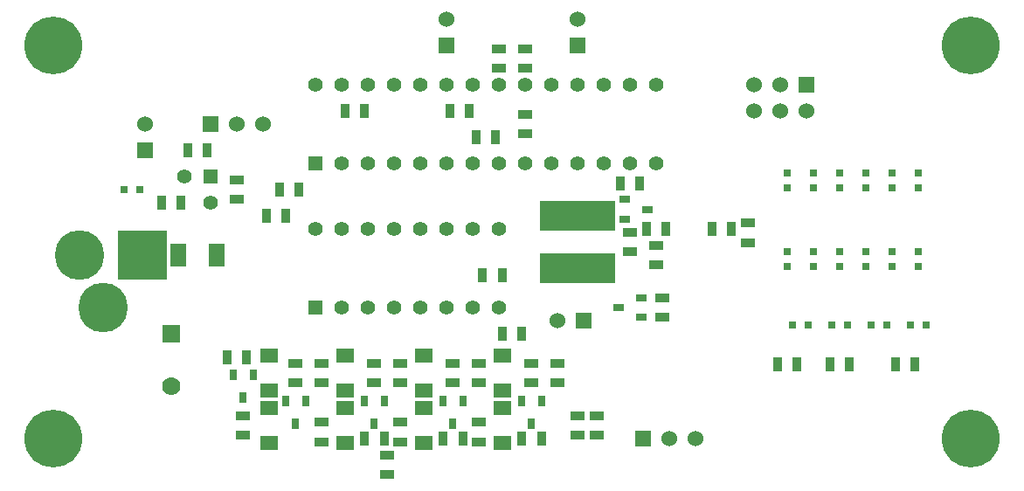
<source format=gts>
G04 (created by PCBNEW (2013-07-07 BZR 4022)-stable) date 17.09.2014 22:00:27*
%MOIN*%
G04 Gerber Fmt 3.4, Leading zero omitted, Abs format*
%FSLAX34Y34*%
G01*
G70*
G90*
G04 APERTURE LIST*
%ADD10C,0.00590551*%
%ADD11R,0.055X0.055*%
%ADD12C,0.055*%
%ADD13R,0.0394X0.0315*%
%ADD14R,0.0315X0.0394*%
%ADD15R,0.2854X0.1181*%
%ADD16R,0.055X0.035*%
%ADD17R,0.035X0.055*%
%ADD18R,0.06X0.06*%
%ADD19C,0.06*%
%ADD20R,0.0708X0.0551*%
%ADD21R,0.0314X0.0314*%
%ADD22C,0.189*%
%ADD23R,0.189X0.189*%
%ADD24R,0.063X0.0866*%
%ADD25R,0.07X0.07*%
%ADD26C,0.07*%
%ADD27C,0.2205*%
G04 APERTURE END LIST*
G54D10*
G54D11*
X30000Y-31500D03*
G54D12*
X31000Y-31500D03*
X32000Y-31500D03*
X33000Y-31500D03*
X34000Y-31500D03*
X35000Y-31500D03*
X36000Y-31500D03*
X37000Y-31500D03*
X37000Y-28500D03*
X36000Y-28500D03*
X35000Y-28500D03*
X34000Y-28500D03*
X33000Y-28500D03*
X32000Y-28500D03*
X31000Y-28500D03*
X30000Y-28500D03*
G54D13*
X42683Y-27750D03*
X41817Y-28125D03*
X41817Y-27375D03*
X41567Y-31500D03*
X42433Y-31125D03*
X42433Y-31875D03*
G54D14*
X27250Y-34933D03*
X26875Y-34067D03*
X27625Y-34067D03*
X29250Y-35933D03*
X28875Y-35067D03*
X29625Y-35067D03*
X32250Y-35933D03*
X31875Y-35067D03*
X32625Y-35067D03*
X35250Y-35933D03*
X34875Y-35067D03*
X35625Y-35067D03*
X38250Y-35933D03*
X37875Y-35067D03*
X38625Y-35067D03*
G54D15*
X40000Y-28000D03*
X40000Y-30000D03*
G54D16*
X29250Y-34375D03*
X29250Y-33625D03*
G54D17*
X41625Y-26750D03*
X42375Y-26750D03*
X31125Y-24000D03*
X31875Y-24000D03*
X28875Y-28000D03*
X28125Y-28000D03*
G54D16*
X27000Y-26625D03*
X27000Y-27375D03*
G54D17*
X25875Y-25500D03*
X25125Y-25500D03*
X35875Y-24000D03*
X35125Y-24000D03*
X36375Y-30250D03*
X37125Y-30250D03*
X42625Y-28500D03*
X43375Y-28500D03*
G54D16*
X32750Y-37875D03*
X32750Y-37125D03*
G54D17*
X32625Y-36500D03*
X31875Y-36500D03*
G54D16*
X40750Y-35625D03*
X40750Y-36375D03*
X32250Y-34375D03*
X32250Y-33625D03*
X35250Y-34375D03*
X35250Y-33625D03*
X38250Y-34375D03*
X38250Y-33625D03*
G54D17*
X24875Y-27500D03*
X24125Y-27500D03*
X26625Y-33400D03*
X27375Y-33400D03*
G54D16*
X46500Y-28275D03*
X46500Y-29025D03*
X38000Y-21625D03*
X38000Y-22375D03*
X38000Y-24875D03*
X38000Y-24125D03*
X37000Y-21625D03*
X37000Y-22375D03*
G54D17*
X45125Y-28500D03*
X45875Y-28500D03*
X52875Y-33650D03*
X52125Y-33650D03*
X50375Y-33650D03*
X49625Y-33650D03*
X48375Y-33650D03*
X47625Y-33650D03*
G54D16*
X43250Y-31125D03*
X43250Y-31875D03*
X39250Y-34375D03*
X39250Y-33625D03*
X36250Y-34375D03*
X36250Y-33625D03*
X33250Y-34375D03*
X33250Y-33625D03*
X36250Y-35875D03*
X36250Y-36625D03*
X33250Y-35875D03*
X33250Y-36625D03*
X30250Y-35875D03*
X30250Y-36625D03*
G54D17*
X37125Y-32500D03*
X37875Y-32500D03*
G54D16*
X30250Y-34375D03*
X30250Y-33625D03*
X42000Y-28625D03*
X42000Y-29375D03*
X43000Y-29125D03*
X43000Y-29875D03*
X27250Y-36375D03*
X27250Y-35625D03*
G54D17*
X35625Y-36500D03*
X34875Y-36500D03*
X38625Y-36500D03*
X37875Y-36500D03*
G54D16*
X40000Y-35625D03*
X40000Y-36375D03*
G54D18*
X48750Y-23000D03*
G54D19*
X48750Y-24000D03*
X47750Y-23000D03*
X47750Y-24000D03*
X46750Y-23000D03*
X46750Y-24000D03*
G54D18*
X42500Y-36500D03*
G54D19*
X43500Y-36500D03*
X44500Y-36500D03*
G54D20*
X31150Y-35331D03*
X31150Y-36669D03*
X31150Y-33331D03*
X31150Y-34669D03*
X34150Y-35331D03*
X34150Y-36669D03*
X34150Y-33331D03*
X34150Y-34669D03*
X37150Y-35331D03*
X37150Y-36669D03*
X37150Y-33331D03*
X37150Y-34669D03*
X28250Y-35331D03*
X28250Y-36669D03*
X28250Y-33331D03*
X28250Y-34669D03*
G54D12*
X26000Y-27500D03*
G54D11*
X26000Y-26500D03*
G54D12*
X25000Y-26500D03*
G54D21*
X22705Y-27000D03*
X23295Y-27000D03*
X49705Y-32150D03*
X50295Y-32150D03*
X51795Y-32150D03*
X51205Y-32150D03*
X52705Y-32150D03*
X53295Y-32150D03*
X53000Y-26945D03*
X53000Y-26355D03*
X52000Y-26945D03*
X52000Y-26355D03*
X51000Y-26945D03*
X51000Y-26355D03*
X50000Y-26945D03*
X50000Y-26355D03*
X49000Y-26945D03*
X49000Y-26355D03*
X48000Y-26945D03*
X48000Y-26355D03*
X51000Y-29355D03*
X51000Y-29945D03*
X52000Y-29355D03*
X52000Y-29945D03*
X53000Y-29355D03*
X53000Y-29945D03*
X50000Y-29355D03*
X50000Y-29945D03*
X49000Y-29355D03*
X49000Y-29945D03*
X48000Y-29355D03*
X48000Y-29945D03*
X48205Y-32150D03*
X48795Y-32150D03*
G54D22*
X21000Y-29500D03*
G54D23*
X23400Y-29500D03*
G54D22*
X21900Y-31500D03*
G54D24*
X24752Y-29500D03*
X26248Y-29500D03*
G54D25*
X24500Y-32500D03*
G54D26*
X24500Y-34500D03*
G54D18*
X40250Y-32000D03*
G54D19*
X39250Y-32000D03*
G54D18*
X23500Y-25500D03*
G54D19*
X23500Y-24500D03*
G54D18*
X40000Y-21500D03*
G54D19*
X40000Y-20500D03*
G54D18*
X35000Y-21500D03*
G54D19*
X35000Y-20500D03*
G54D12*
X31000Y-26000D03*
X32000Y-26000D03*
X33000Y-26000D03*
X34000Y-26000D03*
X35000Y-26000D03*
X36000Y-26000D03*
X37000Y-26000D03*
X38000Y-26000D03*
X39000Y-26000D03*
X40000Y-26000D03*
X41000Y-26000D03*
X42000Y-26000D03*
X43000Y-26000D03*
G54D11*
X30000Y-26000D03*
G54D12*
X43000Y-23000D03*
X42000Y-23000D03*
X41000Y-23000D03*
X40000Y-23000D03*
X39000Y-23000D03*
X38000Y-23000D03*
X37000Y-23000D03*
X36000Y-23000D03*
X35000Y-23000D03*
X34000Y-23000D03*
X33000Y-23000D03*
X32000Y-23000D03*
X31000Y-23000D03*
X30000Y-23000D03*
G54D17*
X36875Y-25000D03*
X36125Y-25000D03*
X28625Y-27000D03*
X29375Y-27000D03*
G54D18*
X26000Y-24500D03*
G54D19*
X27000Y-24500D03*
X28000Y-24500D03*
G54D27*
X20000Y-36500D03*
X20000Y-21500D03*
X55000Y-36500D03*
X55000Y-21500D03*
M02*

</source>
